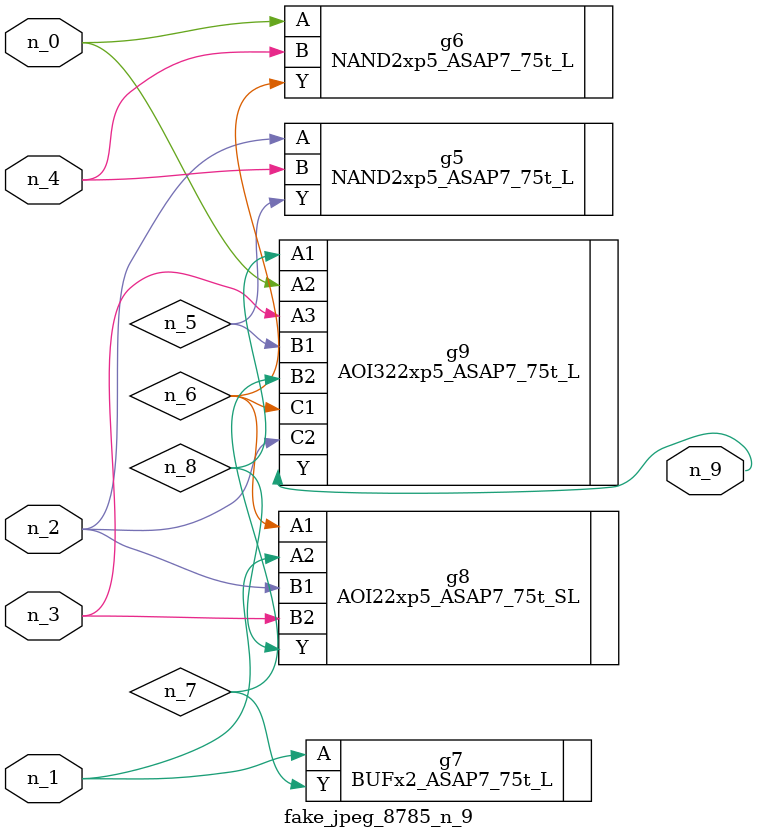
<source format=v>
module fake_jpeg_8785_n_9 (n_3, n_2, n_1, n_0, n_4, n_9);

input n_3;
input n_2;
input n_1;
input n_0;
input n_4;

output n_9;

wire n_8;
wire n_6;
wire n_5;
wire n_7;

NAND2xp5_ASAP7_75t_L g5 ( 
.A(n_2),
.B(n_4),
.Y(n_5)
);

NAND2xp5_ASAP7_75t_L g6 ( 
.A(n_0),
.B(n_4),
.Y(n_6)
);

BUFx2_ASAP7_75t_L g7 ( 
.A(n_1),
.Y(n_7)
);

AOI22xp5_ASAP7_75t_SL g8 ( 
.A1(n_6),
.A2(n_1),
.B1(n_2),
.B2(n_3),
.Y(n_8)
);

AOI322xp5_ASAP7_75t_L g9 ( 
.A1(n_8),
.A2(n_0),
.A3(n_3),
.B1(n_5),
.B2(n_7),
.C1(n_6),
.C2(n_2),
.Y(n_9)
);


endmodule
</source>
